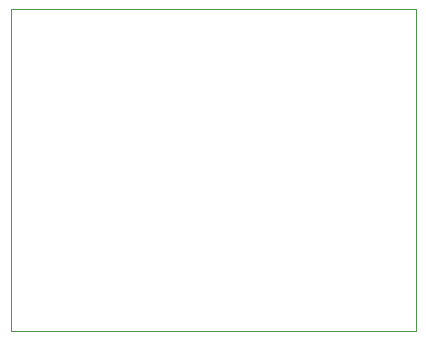
<source format=gbr>
G04 #@! TF.GenerationSoftware,KiCad,Pcbnew,(5.1.5)-3*
G04 #@! TF.CreationDate,2019-12-14T15:37:32-08:00*
G04 #@! TF.ProjectId,programmer,70726f67-7261-46d6-9d65-722e6b696361,rev?*
G04 #@! TF.SameCoordinates,Original*
G04 #@! TF.FileFunction,Profile,NP*
%FSLAX46Y46*%
G04 Gerber Fmt 4.6, Leading zero omitted, Abs format (unit mm)*
G04 Created by KiCad (PCBNEW (5.1.5)-3) date 2019-12-14 15:37:32*
%MOMM*%
%LPD*%
G04 APERTURE LIST*
%ADD10C,0.100000*%
G04 APERTURE END LIST*
D10*
X118110000Y-130175000D02*
X152400000Y-130175000D01*
X118110000Y-102870000D02*
X118110000Y-130175000D01*
X152400000Y-102870000D02*
X118110000Y-102870000D01*
X152400000Y-130175000D02*
X152400000Y-102870000D01*
M02*

</source>
